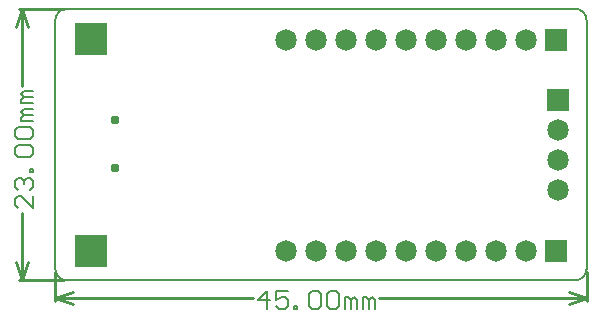
<source format=gbs>
G04*
G04 #@! TF.GenerationSoftware,Altium Limited,Altium Designer,21.2.2 (38)*
G04*
G04 Layer_Color=16711935*
%FSLAX24Y24*%
%MOIN*%
G70*
G04*
G04 #@! TF.SameCoordinates,73095A83-B390-47B6-BD11-AEDCE0CE4F92*
G04*
G04*
G04 #@! TF.FilePolarity,Negative*
G04*
G01*
G75*
%ADD13C,0.0060*%
%ADD16C,0.0060*%
%ADD17C,0.0100*%
%ADD36R,0.1050X0.1050*%
%ADD37R,0.0719X0.0719*%
%ADD38C,0.0719*%
%ADD39R,0.0719X0.0719*%
%ADD40C,0.0306*%
D13*
X0Y394D02*
Y8661D01*
X394Y0D02*
X17323D01*
X394Y9055D02*
X17323D01*
X17717Y394D02*
Y8661D01*
X7049Y-940D02*
Y-340D01*
X6749Y-640D01*
X7149D01*
X7749Y-340D02*
X7349D01*
Y-640D01*
X7549Y-540D01*
X7649D01*
X7749Y-640D01*
Y-840D01*
X7649Y-940D01*
X7449D01*
X7349Y-840D01*
X7949Y-940D02*
Y-840D01*
X8048D01*
Y-940D01*
X7949D01*
X8448Y-440D02*
X8548Y-340D01*
X8748D01*
X8848Y-440D01*
Y-840D01*
X8748Y-940D01*
X8548D01*
X8448Y-840D01*
Y-440D01*
X9048D02*
X9148Y-340D01*
X9348D01*
X9448Y-440D01*
Y-840D01*
X9348Y-940D01*
X9148D01*
X9048Y-840D01*
Y-440D01*
X9648Y-940D02*
Y-540D01*
X9748D01*
X9848Y-640D01*
Y-940D01*
Y-640D01*
X9948Y-540D01*
X10048Y-640D01*
Y-940D01*
X10248D02*
Y-540D01*
X10348D01*
X10448Y-640D01*
Y-940D01*
Y-640D01*
X10548Y-540D01*
X10648Y-640D01*
Y-940D01*
X-730Y2818D02*
Y2418D01*
X-1130Y2818D01*
X-1230D01*
X-1330Y2718D01*
Y2518D01*
X-1230Y2418D01*
Y3018D02*
X-1330Y3118D01*
Y3318D01*
X-1230Y3418D01*
X-1130D01*
X-1030Y3318D01*
Y3218D01*
Y3318D01*
X-930Y3418D01*
X-830D01*
X-730Y3318D01*
Y3118D01*
X-830Y3018D01*
X-730Y3618D02*
X-830D01*
Y3718D01*
X-730D01*
Y3618D01*
X-1230Y4118D02*
X-1330Y4218D01*
Y4418D01*
X-1230Y4518D01*
X-830D01*
X-730Y4418D01*
Y4218D01*
X-830Y4118D01*
X-1230D01*
Y4717D02*
X-1330Y4817D01*
Y5017D01*
X-1230Y5117D01*
X-830D01*
X-730Y5017D01*
Y4817D01*
X-830Y4717D01*
X-1230D01*
X-730Y5317D02*
X-1130D01*
Y5417D01*
X-1030Y5517D01*
X-730D01*
X-1030D01*
X-1130Y5617D01*
X-1030Y5717D01*
X-730D01*
Y5917D02*
X-1130D01*
Y6017D01*
X-1030Y6117D01*
X-730D01*
X-1030D01*
X-1130Y6217D01*
X-1030Y6317D01*
X-730D01*
D16*
X17323Y0D02*
G03*
X17717Y394I0J394D01*
G01*
X17717Y8661D02*
G03*
X17323Y9055I-394J0D01*
G01*
X394D02*
G03*
X0Y8661I0J-394D01*
G01*
Y394D02*
G03*
X394Y0I394J0D01*
G01*
D17*
X0Y-580D02*
X600Y-380D01*
X0Y-580D02*
X600Y-780D01*
X17117D02*
X17717Y-580D01*
X17117Y-380D02*
X17717Y-580D01*
X0D02*
X6589D01*
X10808D02*
X17717D01*
X0Y-680D02*
Y294D01*
X17717Y-680D02*
Y294D01*
X-1090Y9055D02*
X-890Y8455D01*
X-1290D02*
X-1090Y9055D01*
X-1290Y600D02*
X-1090Y0D01*
X-890Y600D01*
X-1090Y6477D02*
Y9055D01*
Y0D02*
Y2258D01*
X-1190Y9055D02*
X294D01*
X-1190Y0D02*
X294D01*
D36*
X1190Y970D02*
D03*
X1210Y8030D02*
D03*
D37*
X16770Y6025D02*
D03*
D38*
Y5025D02*
D03*
Y4025D02*
D03*
Y3025D02*
D03*
X15700Y984D02*
D03*
X14700D02*
D03*
X13700D02*
D03*
X12700D02*
D03*
X11700D02*
D03*
X10700D02*
D03*
X9700D02*
D03*
X8700D02*
D03*
X7700D02*
D03*
X8700Y8016D02*
D03*
X10700D02*
D03*
X9700D02*
D03*
X7700D02*
D03*
X11700D02*
D03*
X12700D02*
D03*
X13700D02*
D03*
X14700D02*
D03*
X15700D02*
D03*
D39*
X16700Y984D02*
D03*
Y8016D02*
D03*
D40*
X2006Y3760D02*
D03*
Y5335D02*
D03*
M02*

</source>
